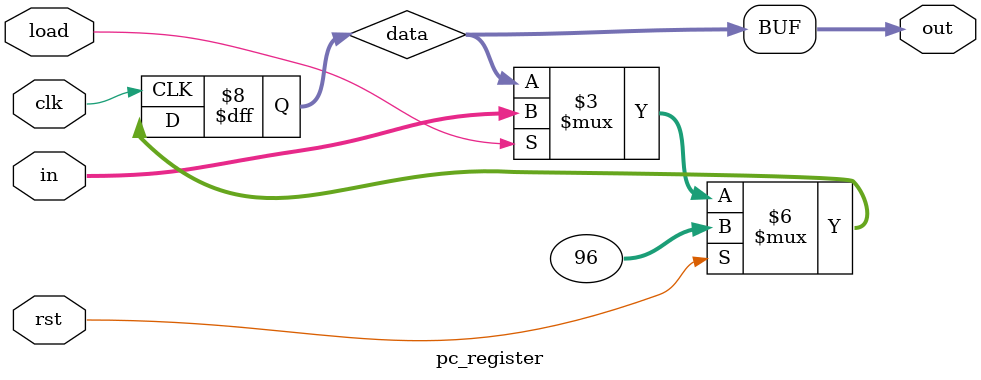
<source format=sv>
module pc_register #(parameter width = 32)
(
    input clk,
    input rst,
    input load,
    input [width-1:0] in,
    output logic [width-1:0] out
);

/*
* PC needs to start at 0x60
 */
logic [width-1:0] data;

always_ff @(posedge clk)
begin
    if (rst)
    begin
        data <= 32'h00000060;
    end
    else if (load)
    begin
        data <= in;
    end

end

always_comb
begin
    out = data;
end

endmodule : pc_register

</source>
